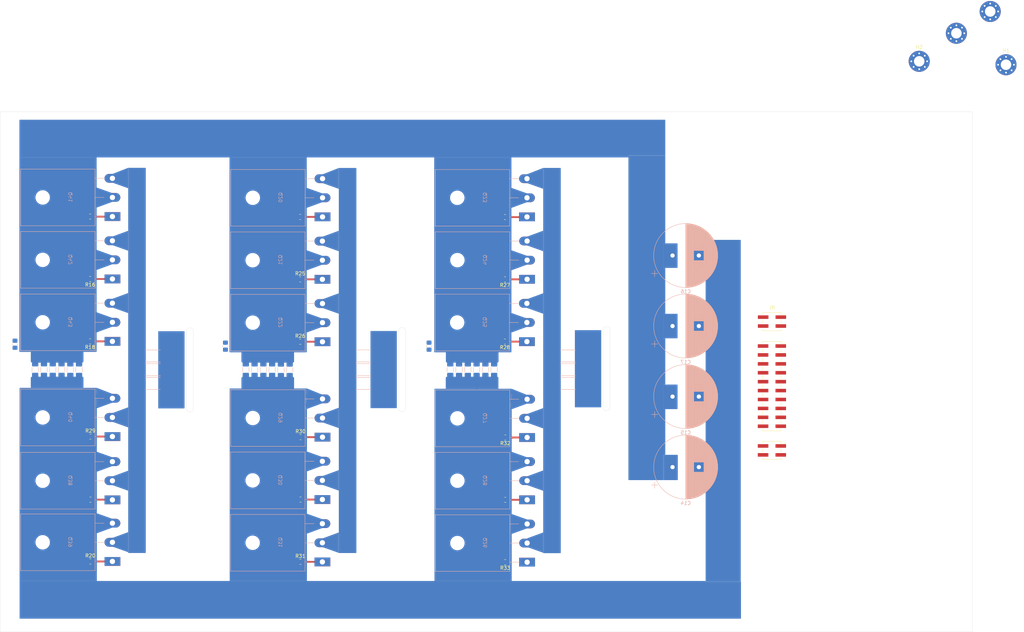
<source format=kicad_pcb>
(kicad_pcb (version 20241229) (generator "pcbnew") (generator_version "9.0")
  (layers (0 "F.Cu" signal) (4 "In1.Cu" signal) (6 "In2.Cu" signal) (2 "B.Cu" signal) (13 "F.Paste" user) (15 "B.Paste" user) (5 "F.SilkS" user "F.Silkscreen") (7 "B.SilkS" user "B.Silkscreen") (1 "F.Mask" user) (3 "B.Mask" user) (25 "Edge.Cuts" user))
  (net 0 "")
  (net 1 "GND")
  (net 2 "V+")
  (net 3 "/Gate_AL")
  (net 4 "/temp2")
  (net 5 "VCC")
  (net 6 "/Gate_CL")
  (net 7 "/C_B")
  (net 8 "/DS_C")
  (net 9 "/Gate_CH")
  (net 10 "Net-(Q23-G)")
  (net 11 "/Gate_BH")
  (net 12 "/Gate_BL")
  (net 13 "/Gate_AH")
  (net 14 "/C_C")
  (net 15 "/temp3")
  (net 16 "/temp1")
  (net 17 "/C_A")
  (net 18 "/DS_A")
  (net 19 "/PhaseC")
  (net 20 "/DS_B")
  (net 21 "Net-(Q20-G)")
  (net 22 "Net-(Q26-G)")
  (net 23 "Net-(Q29-G)")
  (net 24 "Net-(Q38-G)")
  (net 25 "Net-(Q41-G)")
  (net 26 "Net-(Q21-G)")
  (net 27 "Net-(Q22-G)")
  (net 28 "Net-(Q24-G)")
  (net 29 "Net-(Q25-G)")
  (net 30 "Net-(Q27-G)")
  (net 31 "Net-(Q28-G)")
  (net 32 "Net-(Q30-G)")
  (net 33 "Net-(Q31-G)")
  (net 34 "Net-(Q39-G)")
  (net 35 "Net-(Q40-G)")
  (net 36 "Net-(Q42-G)")
  (net 37 "Net-(Q43-G)")
  (footprint "Resistor_SMD:R_0805_2012Metric_Pad1.20x1.40mm_HandSolder" (layer "F.Cu") (at 159.906179 126.6117)
    (property "Reference" "R24" (hide yes))
    (property "Value" "R")
  )
  (footprint "Resistor_SMD:R_0805_2012Metric_Pad1.20x1.40mm_HandSolder" (layer "F.Cu") (at 101.582482 126.546299 180)
    (property "Reference" "R22" (hide yes))
    (property "Value" "R")
  )
  (footprint "Connector_PinSocket_2.54mm:PinSocket_2x02_P2.54mm_Vertical_SMD" (layer "F.Cu") (at 235.9 75.8)
    (property "Reference" "J6")
    (property "Value" "V+_supply")
  )
  (footprint "Resistor_SMD:R_0805_2012Metric_Pad1.20x1.40mm_HandSolder" (layer "F.Cu") (at 101.5 81.539428)
    (property "Reference" "R26")
    (property "Value" "R")
  )
  (footprint "Resistor_SMD:R_0805_2012Metric_Pad1.20x1.40mm_HandSolder" (layer "F.Cu") (at 41.728664 108.581606)
    (property "Reference" "R29")
    (property "Value" "R")
  )
  (footprint "MountingHole:MountingHole_3mm_Pad_Via" (layer "F.Cu") (at 288.43198 -6.40901)
    (property "Reference" "H3" (hide yes))
    (property "Value" "MountingHole")
  )
  (footprint "Resistor_SMD:R_0805_2012Metric_Pad1.20x1.40mm_HandSolder" (layer "F.Cu") (at 41.703692 144.186659)
    (property "Reference" "R20")
    (property "Value" "R")
  )
  (footprint "Resistor_SMD:R_0805_2012Metric_Pad1.20x1.40mm_HandSolder" (layer "F.Cu") (at 101.554067 144.304336)
    (property "Reference" "R31")
    (property "Value" "R")
  )
  (footprint "Resistor_SMD:R_0805_2012Metric_Pad1.20x1.40mm_HandSolder" (layer "F.Cu") (at 101.5 45.956666 180)
    (property "Reference" "R21" (hide yes))
    (property "Value" "R")
  )
  (footprint "Resistor_SMD:R_0805_2012Metric_Pad1.20x1.40mm_HandSolder" (layer "F.Cu") (at 159.827207 63.752582 180)
    (property "Reference" "R27")
    (property "Value" "R")
  )
  (footprint "Resistor_SMD:R_0805_2012Metric_Pad1.20x1.40mm_HandSolder" (layer "F.Cu") (at 159.92033 108.854438 180)
    (property "Reference" "R32")
    (property "Value" "R")
  )
  (footprint "Connector_PinSocket_2.54mm:PinSocket_2x02_P2.54mm_Vertical_SMD" (layer "F.Cu") (at 235.88 112.53)
    (property "Reference" "J5" (hide yes))
    (property "Value" "Gnd_supply")
  )
  (footprint "Resistor_SMD:R_0805_2012Metric_Pad1.20x1.40mm_HandSolder" (layer "F.Cu") (at 41.748182 126.572709 180)
    (property "Reference" "R14" (hide yes))
    (property "Value" "R")
  )
  (footprint "Resistor_SMD:R_0805_2012Metric_Pad1.20x1.40mm_HandSolder" (layer "F.Cu") (at 41.631455 81.446613 180)
    (property "Reference" "R18")
    (property "Value" "R")
  )
  (footprint "Resistor_SMD:R_0805_2012Metric_Pad1.20x1.40mm_HandSolder" (layer "F.Cu") (at 101.582482 108.752671)
    (property "Reference" "R30")
    (property "Value" "R")
  )
  (footprint "MountingHole:MountingHole_3mm_Pad_Via" (layer "F.Cu") (at 277.84099 1.59099)
    (property "Reference" "H2")
    (property "Value" "MountingHole")
  )
  (footprint "Resistor_SMD:R_0805_2012Metric_Pad1.20x1.40mm_HandSolder" (layer "F.Cu") (at 41.659155 63.639637 180)
    (property "Reference" "R16")
    (property "Value" "R")
  )
  (footprint "MountingHole:MountingHole_3mm_Pad_Via" (layer "F.Cu") (at 302.56802 2.56802)
    (property "Reference" "H1")
    (property "Value" "MountingHole")
  )
  (footprint "MountingHole:MountingHole_3mm_Pad_Via" (layer "F.Cu") (at 298.06802 -12.61396)
    (property "Reference" "H4" (hide yes))
    (property "Value" "MountingHole")
  )
  (footprint "Resistor_SMD:R_0805_2012Metric_Pad1.20x1.40mm_HandSolder" (layer "F.Cu") (at 159.88955 144.38242 180)
    (property "Reference" "R33")
    (property "Value" "R")
  )
  (footprint "Resistor_SMD:R_0805_2012Metric_Pad1.20x1.40mm_HandSolder" (layer "F.Cu") (at 159.809121 45.998994)
    (property "Reference" "R23" (hide yes))
    (property "Value" "R")
  )
  (footprint "Resistor_SMD:R_0805_2012Metric_Pad1.20x1.40mm_HandSolder" (layer "F.Cu") (at 41.67078 45.855165 180)
    (property "Reference" "R13" (hide yes))
    (property "Value" "R")
  )
  (footprint "Resistor_SMD:R_0805_2012Metric_Pad1.20x1.40mm_HandSolder" (layer "F.Cu") (at 101.5 63.751838)
    (property "Reference" "R25")
    (property "Value" "R")
  )
  (footprint "Resistor_SMD:R_0805_2012Metric_Pad1.20x1.40mm_HandSolder" (layer "F.Cu") (at 159.810965 81.504974 180)
    (property "Reference" "R28")
    (property "Value" "R")
  )
  (footprint "Connector_PinSocket_2.54mm:PinSocket_2x10_P2.54mm_Vertical_SMD" (layer "F.Cu") (at 235.88 94.2)
    (property "Reference" "J1" (hide yes))
    (property "Value" "Data_Conn")
  )
  (footprint "Capacitor_THT:CP_Radial_D18.0mm_P7.50mm" (layer "B.Cu") (at 207.567421 77.069752)
    (property "Reference" "C17")
    (property "Value" "820u_100v")
  )
  (footprint "Custom:TO-247 Horizontal Tabup" (layer "B.Cu") (at 154.679987 58.176523 -90)
    (property "Reference" "Q24")
    (property "Value" "HY5110W")
  )
  (footprint "Custom:TO-247 Horizontal Tabup" (layer "B.Cu") (at 36.540089 121.072709 -90)
    (property "Reference" "Q38")
    (property "Value" "HY5110W")
  )
  (footprint "Custom:TO-247 Horizontal Tabup" (layer "B.Cu") (at 154.618 75.953047 -90)
    (property "Reference" "Q25")
    (property "Value" "HY5110W")
  )
  (footprint "Custom:TO-247 Horizontal Tabup" (layer "B.Cu") (at 96.387696 103.187655 -90)
    (property "Reference" "Q29")
    (property "Value" "HY5110W")
  )
  (footprint "Resistor_SMD:R_2512_6332Metric_Pad1.40x3.35mm_HandSolder" (layer "B.Cu") (at 177.75 89.5)
    (property "Reference" "R8" (hide yes))
    (property "Value" "R0005")
  )
  (footprint "Capacitor_THT:CP_Radial_D18.0mm_P7.50mm" (layer "B.Cu") (at 207.56742 97.180085)
    (property "Reference" "C15")
    (property "Value" "820u_100v")
  )
  (footprint "Capacitor_SMD:C_1206_3216Metric_Pad1.33x1.80mm_HandSolder" (layer "B.Cu") (at 33.5 89.480001 -90)
    (property "Reference" "C12" (hide yes))
    (property "Value" "4.7uF")
  )
  (footprint "Capacitor_SMD:C_1206_3216Metric_Pad1.33x1.80mm_HandSolder" (layer "B.Cu") (at 154.25 89.504091 -90)
    (property "Reference" "C18" (hide yes))
    (property "Value" "4.7uF")
  )
  (footprint "Capacitor_SMD:C_1206_3216Metric_Pad1.33x1.80mm_HandSolder" (layer "B.Cu") (at 146.75 89.506508 -90)
    (property "Reference" "C6" (hide yes))
    (property "Value" "4.7uF")
  )
  (footprint "Custom:TO-247 Horizontal Tabup" (layer "B.Cu") (at 96.359996 58.196713 -90)
    (property "Reference" "Q21")
    (property "Value" "HY5110W")
  )
  (footprint "Capacitor_SMD:C_1206_3216Metric_Pad1.33x1.80mm_HandSolder" (layer "B.Cu") (at 156.75 89.504092 -90)
    (property "Reference" "C19" (hide yes))
    (property "Value" "4.7uF")
  )
  (footprint "Resistor_SMD:R_0805_2012Metric_Pad1.20x1.40mm_HandSolder" (layer "B.Cu") (at 138.2 82.8 90)
    (property "Reference" "R19" (hide yes))
    (property "Value" "NTC 10K")
  )
  (footprint "Capacitor_SMD:C_1206_3216Metric_Pad1.33x1.80mm_HandSolder" (layer "B.Cu") (at 36 89.5 -90)
    (property "Reference" "C4" (hide yes))
    (property "Value" "4.7uF")
  )
  (footprint "Capacitor_SMD:C_1206_3216Metric_Pad1.33x1.80mm_HandSolder" (layer "B.Cu") (at 98.5 89.541631 -90)
    (property "Reference" "C3" (hide yes))
    (property "Value" "4.7uF")
  )
  (footprint "Capacitor_SMD:C_1206_3216Metric_Pad1.33x1.80mm_HandSolder" (layer "B.Cu") (at 151.75 89.504091 -90)
    (property "Reference" "C13" (hide yes))
    (property "Value" "4.7uF")
  )
  (footprint "Capacitor_SMD:C_1206_3216Metric_Pad1.33x1.80mm_HandSolder" (layer "B.Cu") (at 88.5 89.5 -90)
    (property "Reference" "C21" (hide yes))
    (property "Value" "4.7uF")
  )
  (footprint "Capacitor_SMD:C_1206_3216Metric_Pad1.33x1.80mm_HandSolder" (layer "B.Cu") (at 86 89.5 -90)
    (property "Reference" "C20" (hide yes))
    (property "Value" "4.7uF")
  )
  (footprint "Custom:TO-247 Horizontal Tabup" (layer "B.Cu") (at 154.684361 103.283744 -90)
    (property "Reference" "Q27")
    (property "Value" "HY5110W")
  )
  (footprint "Capacitor_SMD:C_1206_3216Metric_Pad1.33x1.80mm_HandSolder" (layer "B.Cu") (at 38.5 89.5 -90)
    (property "Reference" "C8" (hide yes))
    (property "Value" "4.7uF")
  )
  (footprint "Resistor_SMD:R_2512_6332Metric_Pad1.40x3.35mm_HandSolder" (layer "B.Cu") (at 177.747166 85.580318)
    (property "Reference" "R9" (hide yes))
    (property "Value" "R0005")
  )
  (footprint "Resistor_SMD:R_2512_6332Metric_Pad1.40x3.35mm_HandSolder" (layer "B.Cu") (at 119.50239 93.443323)
    (property "Reference" "R4" (hide yes))
    (property "Value" "R0005")
  )
  (footprint "Resistor_SMD:R_2512_6332Metric_Pad1.40x3.35mm_HandSolder" (layer "B.Cu") (at 119.5 89.5)
    (property "Reference" "R5" (hide yes))
    (property "Value" "R0005")
  )
  (footprint "Capacitor_THT:CP_Radial_D18.0mm_P7.50mm" (layer "B.Cu") (at 207.567421 56.959418)
    (property "Reference" "C16")
    (property "Value" "820u_100v")
  )
  (footprint "Capacitor_SMD:C_1206_3216Metric_Pad1.33x1.80mm_HandSolder" (layer "B.Cu") (at 91 89.5 -90)
    (property "Reference" "C22" (hide yes))
    (property "Value" "4.7uF")
  )
  (footprint "Resistor_SMD:R_2512_6332Metric_Pad1.40x3.35mm_HandSolder" (layer "B.Cu") (at 59.498099 93.404173)
    (property "Reference" "R1" (hide yes))
    (property "Value" "R0005")
  )
  (footprint "Resistor_SMD:R_0805_2012Metric_Pad1.20x1.40mm_HandSolder" (layer "B.Cu") (at 20.25 82.25 90)
    (property "Reference" "R15" (hide yes))
    (property "Value" "NTC 10K")
  )
  (footprint "Custom:TO-247 Horizontal Tabup" (layer "B.Cu") (at 96.352683 138.757683 -90)
    (property "Reference" "Q31")
    (property "Value" "HY5110W")
  )
  (footprint "Capacitor_SMD:C_1206_3216Metric_Pad1.33x1.80mm_HandSolder" (layer "B.Cu") (at 93.5 89.5 -90)
    (property "Reference" "C1" (hide yes))
    (property "Value" "4.7uF")
  )
  (footprint "Capacitor_SMD:C_1206_3216Metric_Pad1.33x1.80mm_HandSolder" (layer "B.Cu") (at 28.5 89.480001 -90)
    (property "Reference" "C10" (hide yes))
    (property "Value" "4.7uF")
  )
  (footprint "Capacitor_SMD:C_1206_3216Metric_Pad1.33x1.80mm_HandSolder" (layer "B.Cu") (at 149.25 89.506508 -90)
    (property "Reference" "C7" (hide yes))
    (property "Value" "4.7uF")
  )
  (footprint "Custom:TO-247 Horizontal Tabup" (layer "B.Cu") (at 36.539999 58.096557 -90)
    (property "Reference" "Q42")
    (property "Value" "HY5110W")
  )
  (footprint "Resistor_SMD:R_2512_6332Metric_Pad1.40x3.35mm_HandSolder" (layer "B.Cu") (at 59.5 89.5)
    (property "Reference" "R2" (hide yes))
    (property "Value" "R0005")
  )
  (footprint "Resistor_SMD:R_0805_2012Metric_Pad1.20x1.40mm_HandSolder" (layer "B.Cu") (at 80.2 82.8 90)
    (property "Reference" "R17" (hide yes))
    (property "Value" "NTC 10K")
  )
  (footprint "Custom:TO-247 Horizontal Tabup" (layer "B.Cu") (at 96.379999 75.998424 -90)
    (property "Reference" "Q22")
    (property "Value" "HY5110W")
  )
  (footprint "Capacitor_SMD:C_1206_3216Metric_Pad1.33x1.80mm_HandSolder" (layer "B.Cu") (at 96 89.541632 -90)
    (property "Reference" "C2" (hide yes))
    (property "Value" "4.7uF")
  )
  (footprint "Custom:TO-247 Horizontal Tabup" (layer "B.Cu") (at 36.540002 40.299781 -90)
    (property "Reference" "Q41")
    (property "Value" "HY5110W")
  )
  (footprint "Resistor_SMD:R_2512_6332Metric_Pad1.40x3.35mm_HandSolder" (layer "B.Cu") (at 59.500002 85.61)
    (property "Reference" "R3" (hide yes))
    (property "Value" "R0005")
  )
  (footprint "Custom:TO-247 Horizontal Tabup" (layer "B.Cu") (at 154.684361 121.060281 -90)
    (property "Reference" "Q28")
    (property "Value" "HY5110W")
  )
  (footprint "Custom:TO-247 Horizontal Tabup" (layer "B.Cu") (at 154.647747 40.4 -90)
    (property "Reference" "Q23")
    (property "Value" "HY5110W")
  )
  (footprint "Capacitor_SMD:C_1206_3216Metric_Pad1.33x1.80mm_HandSolder" (layer "B.Cu") (at 144.25 89.5 -90)
    (property "Reference" "C5" (hide yes))
    (property "Value" "4.7uF")
  )
  (footprint "Custom:TO-247 Horizontal Tabup" (layer "B.Cu") (at 96.399999 40.395 -90)
    (property "Reference" "Q20")
    (property "Value" "HY5110W")
  )
  (footprint "Resistor_SMD:R_2512_6332Metric_Pad1.40x3.35mm_HandSolder" (layer "B.Cu") (at 177.760107 93.422129)
    (property "Reference" "R7" (hide yes))
    (property "Value" "R0005")
  )
  (footprint "Custom:TO-247 Horizontal Tabup" (layer "B.Cu") (at 36.540088 103.021043 -90)
    (property "Reference" "Q40")
    (property "Value" "HY5110W")
  )
  (footprint "Custom:TO-247 Horizontal Tabup" (layer "B.Cu") (at 36.540088 138.621043 -90)
    (property "Reference" "Q39")
    (property "Value" "HY5110W")
  )
  (footprint "Capacitor_SMD:C_1206_3216Metric_Pad1.33x1.80mm_HandSolder" (layer "B.Cu") (at 31 89.480002 -90)
    (property "Reference" "C11" (hide yes))
    (property "Value" "4.7uF")
  )
  (footprint "Capacitor_THT:CP_Radial_D18.0mm_P7.50mm" (layer "B.Cu") (at 207.56742 117.290421)
    (property "Reference" "C14")
    (property "Value" "820u_100v")
  )
  (footprint "Custom:TO-247 Horizontal Tabup" (layer "B.Cu") (at 96.352683 120.972669 -90)
    (property "Reference" "Q30")
    (property "Value" "HY5110W")
  )
  (footprint "Resistor_SMD:R_2512_6332Metric_Pad1.40x3.35mm_HandSolder" (layer "B.Cu") (at 119.504553 85.559826)
    (property "Reference" "R6" (hide yes))
    (property "Value" "R0005")
  )
  (footprint "Capacitor_SMD:C_1206_3216Metric_Pad1.33x1.80mm_HandSolder" (layer "B.Cu") (at 26 89.480001 -90)
    (property "Reference" "C9" (hide yes))
    (property "Value" "4.7uF")
  )
  (footprint "Custom:TO-247 Horizontal Tabup" (layer "B.Cu") (at 36.539999 75.893334 -90)
    (property "Reference" "Q43")
    (property "Value" "HY5110W")
  )
  (footprint "Custom:TO-247 Horizontal Tabup" (layer "B.Cu") (at 154.683837 138.836818 -90)
    (property "Reference" "Q26")
    (property "Value" "HY5110W")
  )
  (gr_arc (start 71.048099 100.551666) (mid 70.0481 101.551666) (end 69.0481 100.551667) (stroke (width 0.05)) (layer "Edge.Cuts"))
  (gr_line (start 69.0481 78.551666) (end 69.0481 100.551667) (stroke (width 0.05)) (layer "Edge.Cuts"))
  (gr_arc (start 131.522166 100.482876) (mid 130.522167 101.482876) (end 129.522167 100.482877) (stroke (width 0.05)) (layer "Edge.Cuts"))
  (gr_line (start 131.522166 100.482876) (end 131.522166 78.482876) (stroke (width 0.05)) (layer "Edge.Cuts"))
  (gr_line (start 129.522167 78.482876) (end 129.522167 100.482877) (stroke (width 0.05)) (layer "Edge.Cuts"))
  (gr_arc (start 187.750001 78.25) (mid 188.750001 77.25) (end 189.750001 78.25) (stroke (width 0.05)) (layer "Edge.Cuts"))
  (gr_arc (start 69.0481 78.551666) (mid 70.0481 77.551666) (end 71.0481 78.551666) (stroke (width 0.05)) (layer "Edge.Cuts"))
  (gr_line (start 187.750001 78.25) (end 187.750001 100.250001) (stroke (width 0.05)) (layer "Edge.Cuts"))
  (gr_arc (start 129.522167 78.482876) (mid 130.522167 77.482876) (end 131.522167 78.482876) (stroke (width 0.05)) (layer "Edge.Cuts"))
  (gr_rect (start 16 16) (end 293 164.25) (stroke (width 0.05)) (fill no) (layer "Edge.Cuts"))
  (gr_arc (start 189.75 100.25) (mid 188.750001 101.25) (end 187.750001 100.250001) (stroke (width 0.05)) (layer "Edge.Cuts"))
  (gr_line (start 71.048099 100.551666) (end 71.048099 78.551666) (stroke (width 0.05)) (layer "Edge.Cuts"))
  (gr_line (start 189.75 100.25) (end 189.75 78.25) (stroke (width 0.05)) (layer "Edge.Cuts"))
  (segment (start 151.81015 95.987005) (end 151.565837 96.231318) (width 2) (layer "B.Cu") (net 1))
  (segment (start 160.809121 45.998994) (end 160.810127 46) (width 0.5) (layer "F.Cu") (net 10))
  (segment (start 160.810127 46) (end 166.062747 46) (width 0.5) (layer "F.Cu") (net 10))
  (segment (start 166.062747 46) (end 166.107747 45.955) (width 0.5) (layer "F.Cu") (net 10))
  (segment (start 102.5 45.956666) (end 107.853333 45.956666) (width 0.5) (layer "F.Cu") (net 21))
  (segment (start 107.853333 45.956666) (end 107.859999 45.95) (width 0.5) (layer "F.Cu") (net 21))
  (segment (start 107.847093 108.742052) (end 107.847696 108.742655) (width 0.5) (layer "F.Cu") (net 23))
  (segment (start 102.593101 108.742052) (end 107.847093 108.742052) (width 0.5) (layer "F.Cu") (net 23))
  (segment (start 102.582482 108.752671) (end 102.593101 108.742052) (width 0.5) (layer "F.Cu") (net 23))
  (segment (start 42.748182 126.572709) (end 47.945089 126.572709) (width 0.5) (layer "F.Cu") (net 24))
  (segment (start 47.945089 126.572709) (end 48.000089 126.627709) (width 0.5) (layer "F.Cu") (net 24))
  (segment (start 42.688576 45.872961) (end 47.981822 45.872961) (width 0.5) (layer "F.Cu") (net 25))
  (segment (start 42.67078 45.855165) (end 42.688576 45.872961) (width 0.5) (layer "F.Cu") (net 25))
  (segment (start 47.981822 45.872961) (end 48.000002 45.854781) (width 0.5) (layer "F.Cu") (net 25))
  (segment (start 102.748287 63.751713) (end 107.819996 63.751713) (width 0.5) (layer "F.Cu") (net 26))
  (segment (start 102.5 63.751838) (end 102.748162 63.751838) (width 0.5) (layer "F.Cu") (net 26))
  (segment (start 102.748162 63.751838) (end 102.748287 63.751713) (width 0.5) (layer "F.Cu") (net 26))
  (segment (start 107.826003 81.539428) (end 107.839999 81.553424) (width 0.5) (layer "F.Cu") (net 27))
  (segment (start 102.5 81.539428) (end 107.826003 81.539428) (width 0.5) (layer "F.Cu") (net 27))
  (segment (start 160.828574 63.751215) (end 166.120295 63.751215) (width 0.5) (layer "F.Cu") (net 28))
  (segment (start 166.120295 63.751215) (end 166.139987 63.731523) (width 0.5) (layer "F.Cu") (net 28))
  (segment (start 160.827207 63.752582) (end 160.828574 63.751215) (width 0.5) (layer "F.Cu") (net 28))
  (segment (start 166.074927 81.504974) (end 166.078 81.508047) (width 0.5) (layer "F.Cu") (net 29))
  (segment (start 160.810965 81.504974) (end 166.074927 81.504974) (width 0.5) (layer "F.Cu") (net 29))
  (segment (start 161.958411 108.838744) (end 166.144361 108.838744) (width 0.5) (layer "F.Cu") (net 30))
  (segment (start 161.942717 108.854438) (end 161.958411 108.838744) (width 0.5) (layer "F.Cu") (net 30))
  (segment (start 160.92033 108.854438) (end 161.942717 108.854438) (width 0.5) (layer "F.Cu") (net 30))
  (segment (start 161.181874 126.615281) (end 166.144361 126.615281) (width 0.5) (layer "F.Cu") (net 31))
  (segment (start 160.946219 126.6117) (end 161.065837 126.731318) (width 0.5) (layer "F.Cu") (net 31))
  (segment (start 160.906179 126.6117) (end 160.946219 126.6117) (width 0.5) (layer "F.Cu") (net 31))
  (segment (start 161.065837 126.731318) (end 161.181874 126.615281) (width 0.5) (layer "F.Cu") (net 31))
  (segment (start 102.582482 126.546299) (end 102.588952 126.539829) (width 0.5) (layer "F.Cu") (net 32))
  (segment (start 102.588952 126.539829) (end 107.800523 126.539829) (width 0.5) (layer "F.Cu") (net 32))
  (segment (start 107.800523 126.539829) (end 107.812683 126.527669) (width 0.5) (layer "F.Cu") (net 32))
  (segment (start 102.560387 144.298016) (end 107.798016 144.298016) (width 0.5) (layer "F.Cu") (net 33))
  (segment (start 107.798016 144.298016) (end 107.812683 144.312683) (width 0.5) (layer "F.Cu") (net 33))
  (segment (start 102.554067 144.304336) (end 102.560387 144.298016) (width 0.5) (layer "F.Cu") (net 33))
  (segment (start 42.703795 144.186556) (end 47.989575 144.186556) (width 0.5) (layer "F.Cu") (net 34))
  (segment (start 42.703692 144.186659) (end 42.703795 144.186556) (width 0.5) (layer "F.Cu") (net 34))
  (segment (start 47.989575 144.186556) (end 48.000088 144.176043) (width 0.5) (layer "F.Cu") (net 34))
  (segment (start 42.737561 108.572709) (end 47.996754 108.572709) (width 0.5) (layer "F.Cu") (net 35))
  (segment (start 42.728664 108.581606) (end 42.737561 108.572709) (width 0.5) (layer "F.Cu") (net 35))
  (segment (start 47.996754 108.572709) (end 48.000088 108.576043) (width 0.5) (layer "F.Cu") (net 35))
  (segment (start 42.659155 63.639637) (end 42.679678 63.66016) (width 0.5) (layer "F.Cu") (net 36))
  (segment (start 47.991396 63.66016) (end 47.999999 63.651557) (width 0.5) (layer "F.Cu") (net 36))
  (segment (start 42.679678 63.66016) (end 47.991396 63.66016) (width 0.5) (layer "F.Cu") (net 36))
  (segment (start 42.631455 81.446613) (end 42.635789 81.442279) (width 0.5) (layer "F.Cu") (net 37))
  (segment (start 42.635789 81.442279) (end 47.993944 81.442279) (width 0.5) (layer "F.Cu") (net 37))
  (segment (start 47.993944 81.442279) (end 47.999999 81.448334) (width 0.5) (layer "F.Cu") (net 37))
  (zone (net 1) (net_name "GND") (layer "B.Cu") (priority 1) (connect_pads yes (clearance 0.4)) (min_thickness 0.25) (fill yes (thermal_gap 0.5) (thermal_bridge_width 0.5))
    (polygon (pts (xy 107.845974 132.154075) (xy 103.151566 130.479768) (xy 103.158072 136.358823) (xy 107.840582 134.640468) (xy 107.845974 134.635076)))
  )
  (zone (net 18) (net_name "/DS_A") (layer "B.Cu") (priority 1) (connect_pads yes (clearance 0.4)) (min_thickness 0.25) (fill yes (thermal_gap 0.5) (thermal_bridge_width 0.5))
    (polygon (pts (xy 47.996258 104.367191) (xy 52.690665 106.041498) (xy 52.684159 100.162443) (xy 48.001649 101.880798) (xy 47.996257 101.88619)))
  )
  (zone (net 18) (net_name "/DS_A") (layer "B.Cu") (priority 1) (connect_pads yes (clearance 0.4)) (min_thickness 0.25) (fill yes (thermal_gap 0.5) (thermal_bridge_width 0.5))
    (polygon (pts (xy 48.009384 36.188013) (xy 52.703791 37.86232) (xy 52.499999 31.948334) (xy 48.014775 33.70162) (xy 48.009383 33.707012)))
  )
  (zone (net 2) (net_name "V+") (layer "B.Cu") (priority 1) (connect_pads yes (clearance 0.4)) (min_thickness 0.25) (fill yes (thermal_gap 0.5) (thermal_bridge_width 0.5))
    (polygon (pts (xy 107.822043 39.259758) (xy 103.127635 37.585451) (xy 103.134141 43.464506) (xy 107.816651 41.746151) (xy 107.822043 41.740759)))
  )
  (zone (net 2) (net_name "V+") (layer "B.Cu") (priority 1) (connect_pads yes (clearance 0.4)) (min_thickness 0.25) (fill yes (thermal_gap 0.5) (thermal_bridge_width 0.5))
    (polygon (pts (xy 166.135563 57.06104) (xy 161.441155 55.386733) (xy 161.447661 61.265788) (xy 166.130171 59.547433) (xy 166.135563 59.542041)))
  )
  (zone (net 2) (net_name "V+") (layer "B.Cu") (connect_pads yes (clearance 0.4)) (min_thickness 0.25) (fill yes (thermal_gap 0.5) (thermal_bridge_width 0.5))
    (polygon (pts (xy 161.671393 28.56006) (xy 139.671393 28.56006) (xy 139.671393 84.56006) (xy 161.671393 84.56006)))
  )
  (zone (net 1) (net_name "GND") (layer "B.Cu") (priority 8) (connect_pads yes (clearance 0.4)) (min_thickness 0.25) (fill yes (thermal_gap 0.5) (thermal_bridge_width 0.5))
    (polygon (pts (xy 213.626076 100.797744) (xy 217.626076 100.797744) (xy 217.626076 93.797744) (xy 213.626076 93.797744)))
  )
  (zone (net 2) (net_name "V+") (layer "B.Cu") (connect_pads yes (clearance 0.4)) (min_thickness 0.25) (fill yes (thermal_gap 0.5) (thermal_bridge_width 0.5))
    (polygon (pts (xy 103.360362 28.56006) (xy 81.360362 28.56006) (xy 81.360362 84.56006) (xy 103.360362 84.56006)))
  )
  (zone (net 18) (net_name "/DS_A") (layer "B.Cu") (priority 1) (connect_pads yes (clearance 0.4)) (min_thickness 0.25) (fill yes (thermal_gap 0.5) (thermal_bridge_width 0.5))
    (polygon (pts (xy 48.004327 71.783549) (xy 52.698734 73.457856) (xy 52.692228 67.578801) (xy 48.009718 69.297156) (xy 48.004326 69.302548)))
  )
  (zone (net 8) (net_name "/DS_C") (layer "B.Cu") (priority 1) (connect_pads yes (clearance 0.4)) (min_thickness 0.25) (fill yes (thermal_gap 0.5) (thermal_bridge_width 0.5))
    (polygon (pts (xy 166.143855 140.078027) (xy 170.838262 141.752334) (xy 170.831756 135.873279) (xy 166.149246 137.591634) (xy 166.143854 137.597026)))
  )
  (zone (net 2) (net_name "V+") (layer "B.Cu") (priority 1) (connect_pads yes (clearance 0.4)) (min_thickness 0.25) (fill yes (thermal_gap 0.5) (thermal_bridge_width 0.5))
    (polygon (pts (xy 107.630501 74.863566) (xy 102.936093 73.189259) (xy 102.942599 79.068314) (xy 107.625109 77.349959) (xy 107.630501 77.344567)))
  )
  (zone (net 2) (net_name "V+") (layer "B.Cu") (priority 8) (connect_pads yes (clearance 0.4)) (min_thickness 0.25) (fill yes (thermal_gap 0.5) (thermal_bridge_width 0.5))
    (polygon (pts (xy 205.068698 121.000758) (xy 209.068698 121.000758) (xy 209.068698 113.790421) (xy 205.068698 113.790421)))
  )
  (zone (net 18) (net_name "/DS_A") (layer "B.Cu") (priority 1) (connect_pads yes (clearance 0.4)) (min_thickness 0.25) (fill yes (thermal_gap 0.5) (thermal_bridge_width 0.5))
    (polygon (pts (xy 48.04034 54.018006) (xy 52.734747 55.692313) (xy 52.728241 49.813258) (xy 48.045731 51.531613) (xy 48.040339 51.537005)))
  )
  (zone (net 2) (net_name "V+") (layer "B.Cu") (priority 1) (connect_pads yes (clearance 0.4)) (min_thickness 0.25) (fill yes (thermal_gap 0.5) (thermal_bridge_width 0.5))
    (polygon (pts (xy 166.133074 39.259758) (xy 161.438666 37.585451) (xy 161.445172 43.464506) (xy 166.127682 41.746151) (xy 166.133074 41.740759)))
  )
  (zone (net 2) (net_name "V+") (layer "B.Cu") (priority 3) (connect_pads yes (clearance 0.4)) (min_thickness 0.25) (fill yes (thermal_gap 0.5) (thermal_bridge_width 0.5))
    (polygon (pts (xy 143 84.25) (xy 143 87.25) (xy 143.25 87.5) (xy 157.750001 87.499999) (xy 158 87.25) (xy 158 84.25)))
  )
  (zone (net 1) (net_name "GND") (layer "B.Cu") (priority 3) (connect_pads yes (clearance 0.4)) (min_thickness 0.25) (fill yes (thermal_gap 0.5) (thermal_bridge_width 0.5))
    (polygon (pts (xy 39.75 94.75) (xy 39.75 91.75) (xy 39.5 91.5) (xy 24.999999 91.500001) (xy 24.75 91.75) (xy 24.75 94.75)))
  )
  (zone (net 2) (net_name "V+") (layer "B.Cu") (priority 7) (connect_pads yes (clearance 0.4)) (min_thickness 0.25) (fill yes (thermal_gap 0.5) (thermal_bridge_width 0.5))
    (polygon (pts (xy 205.5 28.5) (xy 205.5 121) (xy 195 121) (xy 195 28.5)))
  )
  (zone (net 1) (net_name "GND") (layer "B.Cu") (priority 6) (connect_pads yes (clearance 0.4)) (min_thickness 0.25) (fill yes (thermal_gap 0.5) (thermal_bridge_width 0.5))
    (polygon (pts (xy 21.561709 160.5) (xy 21.561709 149.75) (xy 227.061709 149.75) (xy 227.061709 160.5)))
  )
  (zone (net 1) (net_name "GND") (layer "B.Cu") (priority 1) (connect_pads yes (clearance 0.4)) (min_thickness 0.25) (fill yes (thermal_gap 0.5) (thermal_bridge_width 0.5))
    (polygon (pts (xy 166.142642 114.500602) (xy 161.448234 112.826295) (xy 161.45474 118.70535) (xy 166.13725 116.986995) (xy 166.142642 116.981603)))
  )
  (zone (net 1) (net_name "GND") (layer "B.Cu") (connect_pads yes (clearance 0.4)) (min_thickness 0.25) (fill yes (thermal_gap 0.5) (thermal_bridge_width 0.5))
    (polygon (pts (xy 103.414929 94.859359) (xy 81.414929 94.859359) (xy 81.414929 150.359359) (xy 103.414929 150.359359)))
  )
  (zone (net 1) (net_name "GND") (layer "B.Cu") (connect_pads yes (clearance 0.4)) (min_thickness 0.25) (fill yes (thermal_gap 0.5) (thermal_bridge_width 0.5))
    (polygon (pts (xy 43.561709 94.694015) (xy 21.561709 94.694015) (xy 21.561709 150.194015) (xy 43.561709 150.194015)))
  )
  (zone (net 14) (net_name "/C_C") (layer "B.Cu") (priority 4) (connect_pads yes (clearance 0.4)) (min_thickness 0.25) (fill yes (thermal_gap 0.5) (thermal_bridge_width 0.5))
    (polygon (pts (xy 179.75 100.25) (xy 179.75 78.25) (xy 187.75 78.25) (xy 187.75 100.25)))
  )
  (zone (net 2) (net_name "V+") (layer "B.Cu") (priority 3) (connect_pads yes (clearance 0.4)) (min_thickness 0.25) (fill yes (thermal_gap 0.5) (thermal_bridge_width 0.5))
    (polygon (pts (xy 84.75 84.25) (xy 84.75 87.25) (xy 85 87.5) (xy 99.500001 87.499999) (xy 99.75 87.25) (xy 99.75 84.25)))
  )
  (zone (net 8) (net_name "/DS_C") (layer "B.Cu") (priority 1) (connect_pads yes (clearance 0.4)) (min_thickness 0.25) (fill yes (thermal_gap 0.5) (thermal_bridge_width 0.5))
    (polygon (pts (xy 166.072789 71.903463) (xy 170.767196 73.57777) (xy 170.76069 67.698715) (xy 166.07818 69.41707) (xy 166.072788 69.422462)))
  )
  (zone (net 1) (net_name "GND") (layer "B.Cu") (priority 1) (connect_pads yes (clearance 0.4)) (min_thickness 0.25) (fill yes (thermal_gap 0.5) (thermal_bridge_width 0.5))
    (polygon (pts (xy 166.096064 96.704824) (xy 161.749916 94.945408) (xy 161.408162 100.909572) (xy 166.090672 99.191217) (xy 166.096064 99.185825)))
  )
  (zone (net 1) (net_name "GND") (layer "B.Cu") (priority 1) (connect_pads yes (clearance 0.4)) (min_thickness 0.25) (fill yes (thermal_gap 0.5) (thermal_bridge_width 0.5))
    (polygon (pts (xy 48 114.5) (xy 43.305592 112.825693) (xy 43.312098 118.704748) (xy 47.994608 116.986393) (xy 48 116.981001)))
  )
  (zone (net 2) (net_name "V+") (layer "B.Cu") (priority 1) (connect_pads yes (clearance 0.4)) (min_thickness 0.25) (fill yes (thermal_gap 0.5) (thermal_bridge_width 0.5))
    (polygon (pts (xy 165.941532 74.863566) (xy 161.247124 73.189259) (xy 161.25363 79.068314) (xy 165.93614 77.349959) (xy 165.941532 77.344567)))
  )
  (zone (net 7) (net_name "/C_B") (layer "B.Cu") (priority 4) (connect_pads yes (clearance 0.4)) (min_thickness 0.25) (fill yes (thermal_gap 0.5) (thermal_bridge_width 0.5))
    (polygon (pts (xy 121.522167 100.482876) (xy 121.522167 78.482876) (xy 129.522167 78.482876) (xy 129.522167 100.482876)))
  )
  (zone (net 20) (net_name "/DS_B") (layer "B.Cu") (priority 1) (connect_pads yes (clearance 0.4)) (min_thickness 0.25) (fill yes (thermal_gap 0.5) (thermal_bridge_width 0.5))
    (polygon (pts (xy 107.847922 71.913876) (xy 112.542329 73.588183) (xy 112.535823 67.709128) (xy 107.853313 69.427483) (xy 107.847921 69.432875)))
  )
  (zone (net 20) (net_name "/DS_B") (layer "B.Cu") (priority 1) (connect_pads yes (clearance 0.4)) (min_thickness 0.25) (fill yes (thermal_gap 0.5) (thermal_bridge_width 0.5))
    (polygon (pts (xy 107.840057 36.302238) (xy 112.534464 37.976545) (xy 112.5 32) (xy 107.845448 33.815845) (xy 107.840056 33.821237)))
  )
  (zone (net 1) (net_name "GND") (layer "B.Cu") (connect_pads yes (clearance 0.4)) (min_thickness 0.25) (fill yes (thermal_gap 0.5) (thermal_bridge_width 0.5))
    (polygon (pts (xy 161.749916 94.945408) (xy 139.749916 94.945408) (xy 139.749916 150.445408) (xy 161.749916 150.445408)))
  )
  (zone (net 2) (net_name "V+") (layer "B.Cu") (priority 8) (connect_pads yes (clearance 0.4)) (min_thickness 0.25) (fill yes (thermal_gap 0.5) (thermal_bridge_width 0.5))
    (polygon (pts (xy 205 100.749837) (xy 209 100.749837) (xy 209 93.749837) (xy 205 93.749837)))
  )
  (zone (net 1) (net_name "GND") (layer "B.Cu") (priority 8) (connect_pads yes (clearance 0.4)) (min_thickness 0.25) (fill yes (thermal_gap 0.5) (thermal_bridge_width 0.5))
    (polygon (pts (xy 213.633606 120.786166) (xy 217.633606 120.786166) (xy 217.633606 113.786166) (xy 213.633606 113.786166)))
  )
  (zone (net 1) (net_name "GND") (layer "B.Cu") (priority 8) (connect_pads yes (clearance 0.4)) (min_thickness 0.25) (fill yes (thermal_gap 0.5) (thermal_bridge_width 0.5))
    (polygon (pts (xy 213.5 60.5) (xy 217.5 60.5) (xy 217.5 53.5) (xy 213.5 53.5)))
  )
  (zone (net 1) (net_name "GND") (layer "B.Cu") (priority 1) (connect_pads yes (clearance 0.4)) (min_thickness 0.25) (fill yes (thermal_gap 0.5) (thermal_bridge_width 0.5))
    (polygon (pts (xy 107.807655 114.414553) (xy 103.113247 112.740246) (xy 103.119753 118.619301) (xy 107.802263 116.900946) (xy 107.807655 116.895554)))
  )
  (zone (net 1) (net_name "GND") (layer "B.Cu") (priority 1) (connect_pads yes (clearance 0.4)) (min_thickness 0.25) (fill yes (thermal_gap 0.5) (thermal_bridge_width 0.5))
    (polygon (pts (xy 48.009004 132.038135) (xy 43.314596 130.363828) (xy 43.321102 136.242883) (xy 48.003612 134.524528) (xy 48.009004 134.519136)))
  )
  (zone (net 2) (net_name "V+") (layer "B.Cu") (priority 8) (connect_pads yes (clearance 0.4)) (min_thickness 0.25) (fill yes (thermal_gap 0.5) (thermal_bridge_width 0.5))
    (polygon (pts (xy 205 80.569752) (xy 209 80.569752) (xy 209 73.569752) (xy 205 73.569752)))
  )
  (zone (net 17) (net_name "/C_A") (layer "B.Cu") (priority 4) (connect_pads yes (clearance 0.4)) (min_thickness 0.25) (fill yes (thermal_gap 0.5) (thermal_bridge_width 0.5))
    (polygon (pts (xy 61.0481 100.551666) (xy 61.0481 78.551666) (xy 69.0481 78.551666) (xy 69.0481 100.551666)))
  )
  (zone (net 1) (net_name "GND") (layer "B.Cu") (priority 9) (connect_pads yes (clearance 0.4)) (min_thickness 0.25) (fill yes (thermal_gap 0.5) (thermal_bridge_width 0.5))
    (polygon (pts (xy 217 150) (xy 217 52.5) (xy 227 52.5) (xy 227 150)))
  )
  (zone (net 8) (net_name "/DS_C") (layer "B.Cu") (priority 2) (connect_pads yes (clearance 0.4)) (min_thickness 0.25) (fill yes (thermal_gap 0.5) (thermal_bridge_width 0.5))
    (polygon (pts (xy 170.724867 31.989587) (xy 170.724867 141.81802) (xy 175.724867 141.81802) (xy 175.724867 31.989587)))
  )
  (zone (net 1) (net_name "GND") (layer "B.Cu") (priority 8) (connect_pads yes (clearance 0.4)) (min_thickness 0.25) (fill yes (thermal_gap 0.5) (thermal_bridge_width 0.5))
    (polygon (pts (xy 213.5 80.569752) (xy 217.5 80.569752) (xy 217.5 73.569752) (xy 213.5 73.569752)))
  )
  (zone (net 18) (net_name "/DS_A") (layer "B.Cu") (priority 1) (connect_pads yes (clearance 0.4)) (min_thickness 0.25) (fill yes (thermal_gap 0.5) (thermal_bridge_width 0.5))
    (polygon (pts (xy 48.020869 122.425167) (xy 52.715276 124.099474) (xy 52.70877 118.220419) (xy 48.02626 119.938774) (xy 48.020868 119.944166)))
  )
  (zone (net 1) (net_name "GND") (layer "B.Cu") (priority 3) (connect_pads yes (clearance 0.4)) (min_thickness 0.25) (fill yes (thermal_gap 0.5) (thermal_bridge_width 0.5))
    (polygon (pts (xy 157.965661 95.019836) (xy 157.965661 91.769836) (xy 157.715661 91.519836) (xy 143.21566 91.519837) (xy 142.965661 91.769836) (xy 142.965661 95.019836)))
  )
  (zone (net 2) (net_name "V+") (layer "B.Cu") (priority 1) (connect_pads yes (clearance 0.4)) (min_thickness 0.25) (fill yes (thermal_gap 0.5) (thermal_bridge_width 0.5))
    (polygon (pts (xy 47.988319 56.954826) (xy 43.293911 55.280519) (xy 43.300417 61.159574) (xy 47.982927 59.441219) (xy 47.988319 59.435827)))
  )
  (zone (net 1) (net_name "GND") (layer "B.Cu") (priority 3) (connect_pads yes (clearance 0.4)) (min_thickness 0.25) (fill yes (thermal_gap 0.5) (thermal_bridge_width 0.5))
    (polygon (pts (xy 99.75383 95.067852) (xy 99.75383 91.817852) (xy 99.50383 91.567852) (xy 85.003829 91.567853) (xy 84.75383 91.817852) (xy 84.75383 95.067852)))
  )
  (zone (net 20) (net_name "/DS_B") (layer "B.Cu") (priority 1) (connect_pads yes (clearance 0.4)) (min_thickness 0.25) (fill yes (thermal_gap 0.5) (thermal_bridge_width 0.5))
    (polygon (pts (xy 107.861008 140.099174) (xy 112.555415 141.773481) (xy 112.548909 135.894426) (xy 107.866399 137.612781) (xy 107.861007 137.618173)))
  )
  (zone (net 2) (net_name "V+") (layer "B.Cu") (connect_pads yes (clearance 0.4)) (min_thickness 0.25) (fill yes (thermal_gap 0.5) (thermal_bridge_width 0.5))
    (polygon (pts (xy 43.499999 28.698334) (xy 21.499999 28.698334) (xy 21.499999 84.448334) (xy 43.499999 84.448334)))
  )
  (zone (net 2) (net_name "V+") (layer "B.Cu") (priority 3) (connect_pads yes (clearance 0.4)) (min_thickness 0.25) (fill yes (thermal_gap 0.5) (thermal_bridge_width 0.5))
    (polygon (pts (xy 24.75 84.25) (xy 24.75 87.25) (xy 25 87.5) (xy 39.500001 87.499999) (xy 39.75 87.25) (xy 39.75 84.25)))
  )
  (zone (net 2) (net_name "V+") (layer "B.Cu") (priority 6) (connect_pads yes (clearance 0.4)) (min_thickness 0.25) (fill yes (thermal_gap 0.5) (thermal_bridge_width 0.5))
    (polygon (pts (xy 21.5 29) (xy 21.5 18.25) (xy 205.5 18.25) (xy 205.5 29)))
  )
  (zone (net 1) (net_name "GND") (layer "B.Cu") (priority 1) (connect_pads yes (clearance 0.4)) (min_thickness 0.25) (fill yes (thermal_gap 0.5) (thermal_bridge_width 0.5))
    (polygon (pts (xy 48.010653 96.405728) (xy 43.561709 94.694015) (xy 43.322751 100.610476) (xy 48.005261 98.892121) (xy 48.010653 98.886729)))
  )
  (zone (net 1) (net_name "GND") (layer "B.Cu") (priority 1) (connect_pads yes (clearance 0.4)) (min_thickness 0.25) (fill yes (thermal_gap 0.5) (thermal_bridge_width 0.5))
    (polygon (pts (xy 166.180961 132.240124) (xy 161.486553 130.565817) (xy 161.493059 136.444872) (xy 166.175569 134.726517) (xy 166.180961 134.721125)))
  )
  (zone (net 1) (net_name "GND") (layer "B.Cu") (priority 1) (connect_pads yes (clearance 0.4)) (min_thickness 0.25) (fill yes (thermal_gap 0.5) (thermal_bridge_width 0.5))
    (polygon (pts (xy 107.761077 96.618775) (xy 103.414929 94.859359) (xy 103.073175 100.823523) (xy 107.755685 99.105168) (xy 107.761077 99.099776)))
  )
  (zone (net 20) (net_name "/DS_B") (layer "B.Cu") (priority 2) (connect_pads yes (clearance 0.4)) (min_thickness 0.25) (fill yes (thermal_gap 0.5) (thermal_bridge_width 0.5))
    (polygon (pts (xy 112.5 32) (xy 112.5 141.781777) (xy 117.5 141.781777) (xy 117.5 32)))
  )
  (zone (net 8) (net_name "/DS_C") (layer "B.Cu") (priority 1) (connect_pads yes (clearance 0.4)) (min_thickness 0.25) (fill yes (thermal_gap 0.5) (thermal_bridge_width 0.5))
    (polygon (pts (xy 166.064924 54.07688) (xy 170.759331 55.751187) (xy 170.752825 49.872132) (xy 166.070315 51.590487) (xy 166.064923 51.595879)))
  )
  (zone (net 20) (net_name "/DS_B") (layer "B.Cu") (priority 1) (connect_pads yes (clearance 0.4)) (min_thickness 0.25) (fill yes (thermal_gap 0.5) (thermal_bridge_width 0.5))
    (polygon (pts (xy 107.840057 54.087293) (xy 112.534464 55.7616) (xy 112.527958 49.882545) (xy 107.845448 51.6009) (xy 107.840056 51.606292)))
  )
  (zone (net 20) (net_name "/DS_B") (layer "B.Cu") (priority 1) (connect_pads yes (clearance 0.4)) (min_thickness 0.25) (fill yes (thermal_gap 0.5) (thermal_bridge_width 0.5))
    (polygon (pts (xy 107.8682 104.532541) (xy 112.562607 106.206848) (xy 112.556101 100.327793) (xy 107.873591 102.046148) (xy 107.868199 102.05154)))
  )
  (zone (net 18) (net_name "/DS_A") (layer "B.Cu") (priority 1) (connect_pads yes (clearance 0.4)) (min_thickness 0.25) (fill yes (thermal_gap 0.5) (thermal_bridge_width 0.5))
    (polygon (pts (xy 48.008057 139.950793) (xy 52.702464 141.6251) (xy 52.695958 135.746045) (xy 48.013448 137.4644) (xy 48.008056 137.469792)))
  )
  (zone (net 2) (net_name "V+") (layer "B.Cu") (connect_pads yes (clearance 0.4)) (min_thickness 0.25) (fill yes (thermal_gap 0.5) (thermal_bridge_width 0.5))
    (polygon (pts (xy 47.999999 74.750065) (xy 43.305591 73.075758) (xy 43.312097 78.954813) (xy 47.994607 77.236458) (xy 47.999999 77.231066)))
  )
  (zone (net 2) (net_name "V+") (layer "B.Cu") (priority 1) (connect_pads yes (clearance 0.4)) (min_thickness 0.25) (fill yes (thermal_gap 0.5) (thermal_bridge_width 0.5))
    (polygon (pts (xy 47.987009 39.174452) (xy 43.292601 37.500145) (xy 43.299107 43.3792) (xy 47.981617 41.660845) (xy 47.987009 41.655453)))
  )
  (zone (net 2) (net_name "V+") (layer "B.Cu") (priority 8) (connect_pads yes (clearance 0.4)) (min_thickness 0.25) (fill yes (thermal_gap 0.5) (thermal_bridge_width 0.5))
    (polygon (pts (xy 205 60.5) (xy 209 60.5) (xy 209 53.5) (xy 205 53.5)))
  )
  (zone (net 18) (net_name "/DS_A") (layer "B.Cu") (priority 2) (connect_pads yes (clearance 0.4)) (min_thickness 0.25) (fill yes (thermal_gap 0.5) (thermal_bridge_width 0.5))
    (polygon (pts (xy 52.499999 31.948334) (xy 52.499999 141.776811) (xy 57.499999 141.776811) (xy 57.499999 31.948334)))
  )
  (zone (net 8) (net_name "/DS_C") (layer "B.Cu") (priority 1) (connect_pads yes (clearance 0.4)) (min_thickness 0.25) (fill yes (thermal_gap 0.5) (thermal_bridge_width 0.5))
    (polygon (pts (xy 166.135264 104.625738) (xy 170.829671 106.300045) (xy 170.823165 100.42099) (xy 166.140655 102.139345) (xy 166.135263 102.144737)))
  )
  (zone (net 2) (net_name "V+") (layer "B.Cu") (priority 1) (connect_pads yes (clearance 0.4)) (min_thickness 0.25) (fill yes (thermal_gap 0.5) (thermal_bridge_width 0.5))
    (polygon (pts (xy 107.824532 57.06104) (xy 103.130124 55.386733) (xy 103.13663 61.265788) (xy 107.81914 59.547433) (xy 107.824532 59.542041)))
  )
  (zone (net 20) (net_name "/DS_B") (layer "B.Cu") (priority 1) (connect_pads yes (clearance 0.4)) (min_thickness 0.25) (fill yes (thermal_gap 0.5) (thermal_bridge_width 0.5))
    (polygon (pts (xy 107.827399 122.333616) (xy 112.521806 124.007923) (xy 112.5153 118.128868) (xy 107.83279 119.847223) (xy 107.827398 119.852615)))
  )
  (zone (net 8) (net_name "/DS_C") (layer "B.Cu") (priority 1) (connect_pads yes (clearance 0.4)) (min_thickness 0.25) (fill yes (thermal_gap 0.5) (thermal_bridge_width 0.5))
    (polygon (pts (xy 166.115115 122.402593) (xy 170.809522 124.0769) (xy 170.803016 118.197845) (xy 166.120506 119.9162) (xy 166.115114 119.921592)))
  )
  (zone (net 8) (net_name "/DS_C") (layer "B.Cu") (priority 1) (connect_pads yes (clearance 0.4)) (min_thickness 0.25) (fill yes (thermal_gap 0.5) (thermal_bridge_width 0.5))
    (polygon (pts (xy 166.064924 36.291825) (xy 170.759331 37.966132) (xy 170.724867 31.989587) (xy 166.070315 33.805432) (xy 166.064923 33.810824)))
  )
)
</source>
